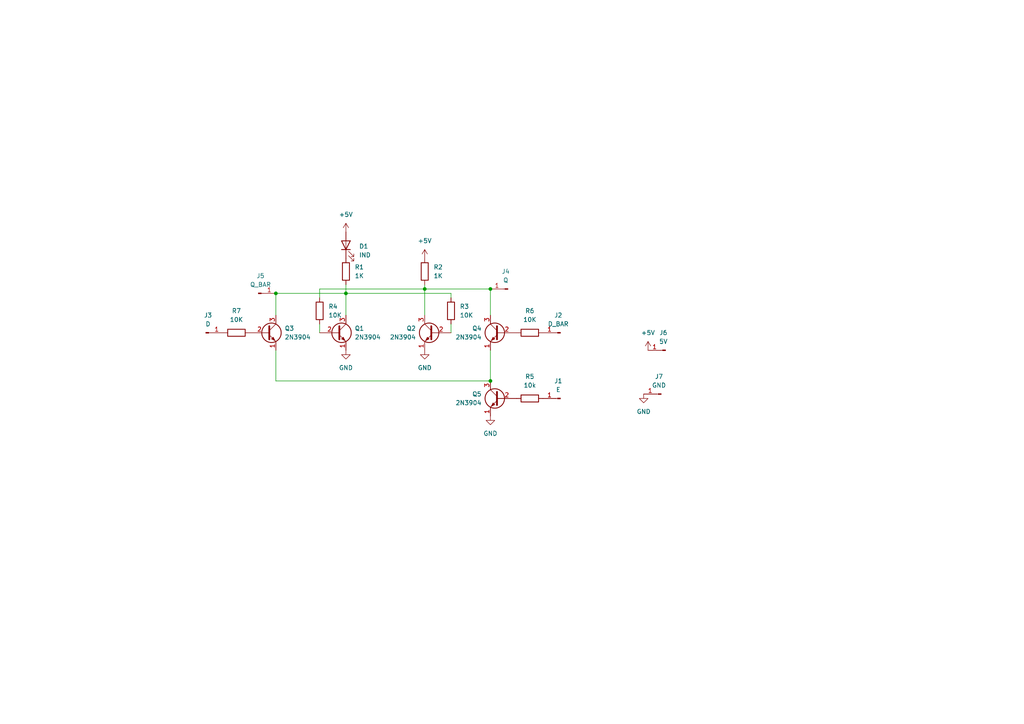
<source format=kicad_sch>
(kicad_sch (version 20230121) (generator eeschema)
  (paper "A4")
  (lib_symbols
    (symbol "Connector:Conn_01x01_Pin" (pin_names (offset 1.016) hide)
      (property "Reference" "J" (at 0 2.54 0))
      (property "Value" "Conn_01x01_Pin" (at 0 -2.54 0))
      (symbol "Conn_01x01_Pin_1_1"
        (polyline (pts (xy 1.27 0) (xy 0.8636 0)) (stroke (width 0.1524)))
        (rectangle (start 0.8636 0.127) (end 0 -0.127) (stroke (width 0.1524)) (fill (type outline)))
        (pin passive line (at 5.08 0 180) (length 3.81) (name "Pin_1") (number "1"))
      )
    )
    (symbol "Device:LED" (pin_numbers hide) (pin_names (offset 1.016) hide)
      (property "Reference" "D" (at 0 2.54 0))
      (property "Value" "LED" (at 0 -2.54 0))
      (symbol "LED_0_1"
        (polyline (pts (xy -1.27 -1.27) (xy -1.27 1.27)) (stroke (width 0.254)))
        (polyline (pts (xy -1.27 0) (xy 1.27 0)))
        (polyline (pts (xy 1.27 -1.27) (xy 1.27 1.27) (xy -1.27 0) (xy 1.27 -1.27)) (stroke (width 0.254)))
        (polyline (pts (xy -3.048 -0.762) (xy -4.572 -2.286) (xy -3.81 -2.286) (xy -4.572 -2.286) (xy -4.572 -1.524)))
        (polyline (pts (xy -1.778 -0.762) (xy -3.302 -2.286) (xy -2.54 -2.286) (xy -3.302 -2.286) (xy -3.302 -1.524)))
      )
      (symbol "LED_1_1"
        (pin passive line (at -3.81 0 0) (length 2.54) (name "K") (number "1"))
        (pin passive line (at 3.81 0 180) (length 2.54) (name "A") (number "2"))
      )
    )
    (symbol "Device:R" (pin_numbers hide) (pin_names (offset 0))
      (property "Reference" "R" (at 2.032 0 90))
      (property "Value" "R" (at 0 0 90))
      (symbol "R_0_1"
        (rectangle (start -1.016 -2.54) (end 1.016 2.54) (stroke (width 0.254)))
      )
      (symbol "R_1_1"
        (pin passive line (at 0 3.81 270) (length 1.27) (name "~") (number "1"))
        (pin passive line (at 0 -3.81 90) (length 1.27) (name "~") (number "2"))
      )
    )
    (symbol "Transistor_BJT:2N3904" (pin_names (offset 0) hide)
      (property "Reference" "Q" (at 5.08 1.905 0))
      (property "Value" "2N3904" (at 5.08 0 0))
      (symbol "2N3904_0_1"
        (polyline (pts (xy 0.635 0.635) (xy 2.54 2.54)))
        (polyline (pts (xy 0.635 -0.635) (xy 2.54 -2.54) (xy 2.54 -2.54)))
        (polyline (pts (xy 0.635 1.905) (xy 0.635 -1.905) (xy 0.635 -1.905)) (stroke (width 0.508)))
        (polyline (pts (xy 1.27 -1.778) (xy 1.778 -1.27) (xy 2.286 -2.286) (xy 1.27 -1.778) (xy 1.27 -1.778)) (fill (type outline)))
        (circle (center 1.27 0) (radius 2.8194) (stroke (width 0.254)))
      )
      (symbol "2N3904_1_1"
        (pin passive line (at 2.54 -5.08 90) (length 2.54) (name "E") (number "1"))
        (pin passive line (at -5.08 0 0) (length 5.715) (name "B") (number "2"))
        (pin passive line (at 2.54 5.08 270) (length 2.54) (name "C") (number "3"))
      )
    )
    (symbol "power:+5V" (power) (pin_names (offset 0))
      (property "Value" "+5V" (at 0 3.556 0))
      (symbol "+5V_0_1"
        (polyline (pts (xy -0.762 1.27) (xy 0 2.54)))
        (polyline (pts (xy 0 0) (xy 0 2.54)))
        (polyline (pts (xy 0 2.54) (xy 0.762 1.27)))
      )
      (symbol "+5V_1_1"
        (pin power_in line (at 0 0 90) (length 0) hide (name "+5V") (number "1"))
      )
    )
    (symbol "power:GND" (power) (pin_names (offset 0))
      (property "Value" "GND" (at 0 -3.81 0))
      (symbol "GND_0_1"
        (polyline (pts (xy 0 0) (xy 0 -1.27) (xy 1.27 -1.27) (xy 0 -2.54) (xy -1.27 -1.27) (xy 0 -1.27)))
      )
      (symbol "GND_1_1"
        (pin power_in line (at 0 0 270) (length 0) hide (name "GND") (number "1"))
      )
    )
  )
  (junction (at 80.01 85.09))
  (junction (at 142.24 83.82))
  (junction (at 100.33 85.09))
  (junction (at 123.19 83.82))
  (junction (at 142.24 110.49))
  (wire (pts (xy 80.01 110.49) (xy 142.24 110.49)))
  (wire (pts (xy 123.19 82.55) (xy 123.19 83.82)))
  (wire (pts (xy 130.81 85.09) (xy 100.33 85.09)))
  (wire (pts (xy 123.19 83.82) (xy 123.19 91.44)))
  (wire (pts (xy 123.19 83.82) (xy 142.24 83.82)))
  (wire (pts (xy 80.01 101.6) (xy 80.01 110.49)))
  (wire (pts (xy 100.33 82.55) (xy 100.33 85.09)))
  (wire (pts (xy 92.71 93.98) (xy 92.71 96.52)))
  (wire (pts (xy 92.71 83.82) (xy 92.71 86.36)))
  (wire (pts (xy 142.24 110.49) (xy 142.24 101.6)))
  (wire (pts (xy 130.81 93.98) (xy 130.81 96.52)))
  (wire (pts (xy 100.33 85.09) (xy 100.33 91.44)))
  (wire (pts (xy 130.81 85.09) (xy 130.81 86.36)))
  (wire (pts (xy 80.01 85.09) (xy 100.33 85.09)))
  (wire (pts (xy 92.71 83.82) (xy 123.19 83.82)))
  (wire (pts (xy 142.24 83.82) (xy 142.24 91.44)))
  (wire (pts (xy 80.01 91.44) (xy 80.01 85.09)))
  (symbol (lib_id "Connector:Conn_01x01_Pin") (at 59.69 96.52 0) (unit 1)
    (property "Reference" "J3" (at 60.325 91.44 0))
    (property "Value" "D" (at 60.325 93.98 0))
    (property "Footprint" "Connector_PinHeader_2.54mm:PinHeader_1x01_P2.54mm_Vertical" (effects hide))
  )
  (symbol (lib_id "Device:R") (at 153.67 115.57 90) (unit 1)
    (property "Reference" "R5" (at 153.67 109.22 90))
    (property "Value" "10k" (at 153.67 111.76 90))
    (property "Footprint" "Resistor_THT:R_Axial_DIN0204_L3.6mm_D1.6mm_P5.08mm_Horizontal" (effects hide))
  )
  (symbol (lib_id "Connector:Conn_01x01_Pin") (at 162.56 96.52 0) (mirror y) (unit 1)
    (property "Reference" "J2" (at 161.925 91.44 0))
    (property "Value" "D_BAR" (at 161.925 93.98 0))
    (property "Footprint" "Connector_PinHeader_2.54mm:PinHeader_1x01_P2.54mm_Vertical" (effects hide))
  )
  (symbol (lib_id "power:+5V") (at 100.33 67.31 0) (unit 1)
    (property "Reference" "#PWR03" (effects hide))
    (property "Value" "+5V" (at 100.33 62.23 0))
  )
  (symbol (lib_id "Device:R") (at 100.33 78.74 0) (unit 1)
    (property "Reference" "R1" (at 102.87 77.47 0) (effects (justify left)))
    (property "Value" "1K" (at 102.87 80.01 0) (effects (justify left)))
    (property "Footprint" "Resistor_THT:R_Axial_DIN0204_L3.6mm_D1.6mm_P5.08mm_Horizontal" (effects hide))
  )
  (symbol (lib_id "Transistor_BJT:2N3904") (at 77.47 96.52 0) (unit 1)
    (property "Reference" "Q3" (at 82.55 95.25 0) (effects (justify left)))
    (property "Value" "2N3904" (at 82.55 97.79 0) (effects (justify left)))
    (property "Footprint" "Package_TO_SOT_THT:TO-92_Inline" (effects hide))
    (property "Datasheet" "https://www.onsemi.com/pub/Collateral/2N3903-D.PDF" (effects hide))
  )
  (symbol (lib_id "power:GND") (at 100.33 101.6 0) (unit 1)
    (property "Reference" "#PWR01" (effects hide))
    (property "Value" "GND" (at 100.33 106.68 0))
  )
  (symbol (lib_id "power:GND") (at 123.19 101.6 0) (unit 1)
    (property "Reference" "#PWR02" (effects hide))
    (property "Value" "GND" (at 123.19 106.68 0))
  )
  (symbol (lib_id "Device:R") (at 153.67 96.52 90) (unit 1)
    (property "Reference" "R6" (at 153.67 90.17 90))
    (property "Value" "10K" (at 153.67 92.71 90))
    (property "Footprint" "Resistor_THT:R_Axial_DIN0204_L3.6mm_D1.6mm_P5.08mm_Horizontal" (effects hide))
  )
  (symbol (lib_id "Device:R") (at 68.58 96.52 90) (unit 1)
    (property "Reference" "R7" (at 68.58 90.17 90))
    (property "Value" "10K" (at 68.58 92.71 90))
    (property "Footprint" "Resistor_THT:R_Axial_DIN0204_L3.6mm_D1.6mm_P5.08mm_Horizontal" (effects hide))
  )
  (symbol (lib_id "power:+5V") (at 123.19 74.93 0) (unit 1)
    (property "Reference" "#PWR04" (effects hide))
    (property "Value" "+5V" (at 123.19 69.85 0))
  )
  (symbol (lib_id "power:GND") (at 186.69 114.3 0) (mirror y) (unit 1)
    (property "Reference" "#PWR05" (effects hide))
    (property "Value" "GND" (at 186.69 119.38 0))
  )
  (symbol (lib_id "Device:LED") (at 100.33 71.12 90) (unit 1)
    (property "Reference" "D1" (at 104.14 71.4375 90) (effects (justify right)))
    (property "Value" "IND" (at 104.14 73.9775 90) (effects (justify right)))
    (property "Footprint" "LED_THT:LED_D3.0mm" (effects hide))
  )
  (symbol (lib_id "Connector:Conn_01x01_Pin") (at 74.93 85.09 0) (unit 1)
    (property "Reference" "J5" (at 75.565 80.01 0))
    (property "Value" "Q_BAR" (at 75.565 82.55 0))
    (property "Footprint" "Connector_PinHeader_2.54mm:PinHeader_1x01_P2.54mm_Vertical" (effects hide))
  )
  (symbol (lib_id "Device:R") (at 123.19 78.74 0) (unit 1)
    (property "Reference" "R2" (at 125.73 77.47 0) (effects (justify left)))
    (property "Value" "1K" (at 125.73 80.01 0) (effects (justify left)))
    (property "Footprint" "Resistor_THT:R_Axial_DIN0204_L3.6mm_D1.6mm_P5.08mm_Horizontal" (effects hide))
  )
  (symbol (lib_id "Connector:Conn_01x01_Pin") (at 191.77 114.3 0) (mirror y) (unit 1)
    (property "Reference" "J7" (at 191.135 109.22 0))
    (property "Value" "GND" (at 191.135 111.76 0))
    (property "Footprint" "Connector_PinHeader_2.54mm:PinHeader_1x01_P2.54mm_Vertical" (effects hide))
  )
  (symbol (lib_id "Transistor_BJT:2N3904") (at 125.73 96.52 0) (mirror y) (unit 1)
    (property "Reference" "Q2" (at 120.65 95.25 0) (effects (justify left)))
    (property "Value" "2N3904" (at 120.65 97.79 0) (effects (justify left)))
    (property "Footprint" "Package_TO_SOT_THT:TO-92_Inline" (effects hide))
    (property "Datasheet" "https://www.onsemi.com/pub/Collateral/2N3903-D.PDF" (effects hide))
  )
  (symbol (lib_id "Device:R") (at 92.71 90.17 0) (unit 1)
    (property "Reference" "R4" (at 95.25 88.9 0) (effects (justify left)))
    (property "Value" "10K" (at 95.25 91.44 0) (effects (justify left)))
    (property "Footprint" "Resistor_THT:R_Axial_DIN0204_L3.6mm_D1.6mm_P5.08mm_Horizontal" (effects hide))
  )
  (symbol (lib_id "Transistor_BJT:2N3904") (at 144.78 115.57 0) (mirror y) (unit 1)
    (property "Reference" "Q5" (at 139.7 114.3 0) (effects (justify left)))
    (property "Value" "2N3904" (at 139.7 116.84 0) (effects (justify left)))
    (property "Footprint" "Package_TO_SOT_THT:TO-92_Inline" (effects hide))
    (property "Datasheet" "https://www.onsemi.com/pub/Collateral/2N3903-D.PDF" (effects hide))
  )
  (symbol (lib_id "Connector:Conn_01x01_Pin") (at 162.56 115.57 0) (mirror y) (unit 1)
    (property "Reference" "J1" (at 161.925 110.49 0))
    (property "Value" "E" (at 161.925 113.03 0))
    (property "Footprint" "Connector_PinHeader_2.54mm:PinHeader_1x01_P2.54mm_Vertical" (effects hide))
  )
  (symbol (lib_id "Transistor_BJT:2N3904") (at 97.79 96.52 0) (unit 1)
    (property "Reference" "Q1" (at 102.87 95.25 0) (effects (justify left)))
    (property "Value" "2N3904" (at 102.87 97.79 0) (effects (justify left)))
    (property "Footprint" "Package_TO_SOT_THT:TO-92_Inline" (effects hide))
    (property "Datasheet" "https://www.onsemi.com/pub/Collateral/2N3903-D.PDF" (effects hide))
  )
  (symbol (lib_id "Connector:Conn_01x01_Pin") (at 193.04 101.6 0) (mirror y) (unit 1)
    (property "Reference" "J6" (at 192.405 96.52 0))
    (property "Value" "5V" (at 192.405 99.06 0))
    (property "Footprint" "Connector_PinHeader_2.54mm:PinHeader_1x01_P2.54mm_Vertical" (effects hide))
  )
  (symbol (lib_id "power:GND") (at 142.24 120.65 0) (mirror y) (unit 1)
    (property "Reference" "#PWR06" (effects hide))
    (property "Value" "GND" (at 142.24 125.73 0))
  )
  (symbol (lib_id "Device:R") (at 130.81 90.17 0) (unit 1)
    (property "Reference" "R3" (at 133.35 88.9 0) (effects (justify left)))
    (property "Value" "10K" (at 133.35 91.44 0) (effects (justify left)))
    (property "Footprint" "Resistor_THT:R_Axial_DIN0204_L3.6mm_D1.6mm_P5.08mm_Horizontal" (effects hide))
  )
  (symbol (lib_id "Transistor_BJT:2N3904") (at 144.78 96.52 0) (mirror y) (unit 1)
    (property "Reference" "Q4" (at 139.7 95.25 0) (effects (justify left)))
    (property "Value" "2N3904" (at 139.7 97.79 0) (effects (justify left)))
    (property "Footprint" "Package_TO_SOT_THT:TO-92_Inline" (effects hide))
    (property "Datasheet" "https://www.onsemi.com/pub/Collateral/2N3903-D.PDF" (effects hide))
  )
  (symbol (lib_id "Connector:Conn_01x01_Pin") (at 147.32 83.82 0) (mirror y) (unit 1)
    (property "Reference" "J4" (at 146.685 78.74 0))
    (property "Value" "Q" (at 146.685 81.28 0))
    (property "Footprint" "Connector_PinHeader_2.54mm:PinHeader_1x01_P2.54mm_Vertical" (effects hide))
  )
  (symbol (lib_id "power:+5V") (at 187.96 101.6 0) (unit 1)
    (property "Reference" "#PWR07" (effects hide))
    (property "Value" "+5V" (at 187.96 96.52 0))
  )
)
</source>
